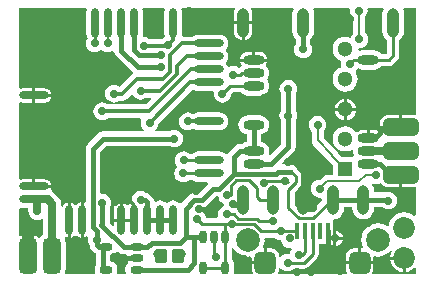
<source format=gtl>
%FSLAX44Y44*%
%MOMM*%
G71*
G01*
G75*
G04 Layer_Physical_Order=1*
G04 Layer_Color=191*
G04:AMPARAMS|DCode=10|XSize=1mm|YSize=1.2mm|CornerRadius=0.165mm|HoleSize=0mm|Usage=FLASHONLY|Rotation=180.000|XOffset=0mm|YOffset=0mm|HoleType=Round|Shape=RoundedRectangle|*
%AMROUNDEDRECTD10*
21,1,1.0000,0.8700,0,0,180.0*
21,1,0.6700,1.2000,0,0,180.0*
1,1,0.3300,-0.3350,0.4350*
1,1,0.3300,0.3350,0.4350*
1,1,0.3300,0.3350,-0.4350*
1,1,0.3300,-0.3350,-0.4350*
%
%ADD10ROUNDEDRECTD10*%
G04:AMPARAMS|DCode=11|XSize=1.5mm|YSize=3mm|CornerRadius=0.375mm|HoleSize=0mm|Usage=FLASHONLY|Rotation=180.000|XOffset=0mm|YOffset=0mm|HoleType=Round|Shape=RoundedRectangle|*
%AMROUNDEDRECTD11*
21,1,1.5000,2.2500,0,0,180.0*
21,1,0.7500,3.0000,0,0,180.0*
1,1,0.7500,-0.3750,1.1250*
1,1,0.7500,0.3750,1.1250*
1,1,0.7500,0.3750,-1.1250*
1,1,0.7500,-0.3750,-1.1250*
%
%ADD11ROUNDEDRECTD11*%
%ADD12R,0.4000X1.4000*%
G04:AMPARAMS|DCode=13|XSize=1.8mm|YSize=1.9mm|CornerRadius=0.45mm|HoleSize=0mm|Usage=FLASHONLY|Rotation=0.000|XOffset=0mm|YOffset=0mm|HoleType=Round|Shape=RoundedRectangle|*
%AMROUNDEDRECTD13*
21,1,1.8000,1.0000,0,0,0.0*
21,1,0.9000,1.9000,0,0,0.0*
1,1,0.9000,0.4500,-0.5000*
1,1,0.9000,-0.4500,-0.5000*
1,1,0.9000,-0.4500,0.5000*
1,1,0.9000,0.4500,0.5000*
%
%ADD13ROUNDEDRECTD13*%
G04:AMPARAMS|DCode=14|XSize=1.1mm|YSize=0.6mm|CornerRadius=0.201mm|HoleSize=0mm|Usage=FLASHONLY|Rotation=270.000|XOffset=0mm|YOffset=0mm|HoleType=Round|Shape=RoundedRectangle|*
%AMROUNDEDRECTD14*
21,1,1.1000,0.1980,0,0,270.0*
21,1,0.6980,0.6000,0,0,270.0*
1,1,0.4020,-0.0990,-0.3490*
1,1,0.4020,-0.0990,0.3490*
1,1,0.4020,0.0990,0.3490*
1,1,0.4020,0.0990,-0.3490*
%
%ADD14ROUNDEDRECTD14*%
G04:AMPARAMS|DCode=15|XSize=1.1mm|YSize=0.6mm|CornerRadius=0.201mm|HoleSize=0mm|Usage=FLASHONLY|Rotation=180.000|XOffset=0mm|YOffset=0mm|HoleType=Round|Shape=RoundedRectangle|*
%AMROUNDEDRECTD15*
21,1,1.1000,0.1980,0,0,180.0*
21,1,0.6980,0.6000,0,0,180.0*
1,1,0.4020,-0.3490,0.0990*
1,1,0.4020,0.3490,0.0990*
1,1,0.4020,0.3490,-0.0990*
1,1,0.4020,-0.3490,-0.0990*
%
%ADD15ROUNDEDRECTD15*%
%ADD16O,1.8000X0.8000*%
%ADD17O,1.0000X2.5000*%
G04:AMPARAMS|DCode=18|XSize=1.5mm|YSize=3mm|CornerRadius=0.375mm|HoleSize=0mm|Usage=FLASHONLY|Rotation=270.000|XOffset=0mm|YOffset=0mm|HoleType=Round|Shape=RoundedRectangle|*
%AMROUNDEDRECTD18*
21,1,1.5000,2.2500,0,0,270.0*
21,1,0.7500,3.0000,0,0,270.0*
1,1,0.7500,-1.1250,-0.3750*
1,1,0.7500,-1.1250,0.3750*
1,1,0.7500,1.1250,0.3750*
1,1,0.7500,1.1250,-0.3750*
%
%ADD18ROUNDEDRECTD18*%
%ADD19O,2.5000X0.7000*%
%ADD20O,0.7000X2.5000*%
%ADD21C,0.4000*%
%ADD22C,0.2500*%
%ADD23C,0.2000*%
%ADD24C,0.3500*%
%ADD25C,0.7000*%
%ADD26C,1.0000*%
%ADD27C,0.8000*%
%ADD28C,0.7000*%
%ADD29C,2.0000*%
%ADD30R,1.3000X1.3000*%
%ADD31C,1.3000*%
%ADD32C,1.8500*%
G36*
X61976Y229142D02*
X61693Y228458D01*
X61435Y226500D01*
Y208500D01*
X61693Y206542D01*
X62449Y204718D01*
X62683Y204413D01*
X62199Y203782D01*
X61443Y201958D01*
X61185Y200000D01*
X61443Y198042D01*
X62199Y196218D01*
X63401Y194651D01*
X64968Y193449D01*
X66792Y192693D01*
X68750Y192435D01*
X70708Y192693D01*
X72532Y193449D01*
X74099Y194651D01*
X74401D01*
X75968Y193449D01*
X77792Y192693D01*
X79750Y192435D01*
X81708Y192693D01*
X83532Y193449D01*
X83675Y193559D01*
X85075Y193032D01*
X85348Y191659D01*
X86674Y189674D01*
X100597Y175752D01*
X100770Y175412D01*
X100770Y174340D01*
X100104Y173895D01*
X100104Y173895D01*
X89618Y163410D01*
X88782Y164051D01*
X86958Y164807D01*
X85000Y165065D01*
X83042Y164807D01*
X81218Y164051D01*
X79651Y162849D01*
X78449Y161282D01*
X77693Y159458D01*
X77435Y157500D01*
X77693Y155542D01*
X78449Y153718D01*
X79651Y152151D01*
X81218Y150949D01*
X83042Y150193D01*
X85000Y149935D01*
X86958Y150193D01*
X88782Y150949D01*
X89680Y151637D01*
X92000D01*
X94243Y152084D01*
X96145Y153355D01*
X99572Y156782D01*
X100818Y156534D01*
X100949Y156218D01*
X102151Y154651D01*
X103718Y153449D01*
X105542Y152693D01*
X107500Y152435D01*
X109458Y152693D01*
X111282Y153449D01*
X112180Y154137D01*
X116438D01*
X116924Y152964D01*
X112322Y148363D01*
X79680D01*
X78782Y149051D01*
X76958Y149807D01*
X75000Y150065D01*
X73042Y149807D01*
X71218Y149051D01*
X69651Y147849D01*
X68449Y146282D01*
X67693Y144458D01*
X67435Y142500D01*
X67693Y140542D01*
X68449Y138718D01*
X69651Y137151D01*
X71218Y135949D01*
X73042Y135193D01*
X75000Y134935D01*
X76958Y135193D01*
X78782Y135949D01*
X79680Y136637D01*
X107222D01*
X108070Y135367D01*
X107694Y134458D01*
X107436Y132500D01*
X107694Y130542D01*
X108449Y128718D01*
X109652Y127151D01*
X109995Y126888D01*
X109564Y125618D01*
X76000D01*
X73659Y125152D01*
X72864Y124621D01*
X71674Y123826D01*
X62924Y115076D01*
X61598Y113091D01*
X61132Y110750D01*
Y66082D01*
X59862Y65288D01*
X59270Y65406D01*
Y50500D01*
Y35594D01*
X60357Y35810D01*
X62293Y37104D01*
X62387Y37084D01*
X63292Y36196D01*
X63193Y35958D01*
X62935Y34000D01*
X63193Y32042D01*
X63949Y30218D01*
X64383Y29653D01*
Y29500D01*
X64848Y27159D01*
X66174Y25174D01*
X68174Y23174D01*
X68372Y23042D01*
X68519Y22855D01*
X69358Y22383D01*
X69632Y22200D01*
Y12634D01*
X69098Y11835D01*
X68632Y9490D01*
Y7510D01*
X68960Y5858D01*
X68073Y4588D01*
X44289D01*
X43441Y5858D01*
X43801Y6727D01*
X44067Y8750D01*
Y31250D01*
X43801Y33273D01*
X43020Y35158D01*
X42690Y35588D01*
X43570Y36528D01*
X44643Y35810D01*
X45730Y35594D01*
Y50500D01*
Y65406D01*
X44643Y65189D01*
X42645Y63855D01*
X41311Y61857D01*
X40065Y62104D01*
Y64500D01*
X40065Y64500D01*
X39807Y66458D01*
X39051Y68282D01*
X37849Y69849D01*
X37849Y69849D01*
X34349Y73349D01*
X32782Y74551D01*
X32248Y74773D01*
X32028Y74864D01*
X31551Y76436D01*
X31690Y76643D01*
X31906Y77730D01*
X17000D01*
Y79000D01*
X15730D01*
Y85158D01*
X8000D01*
X5858Y84732D01*
X4588Y85396D01*
Y149604D01*
X5858Y150268D01*
X8000Y149842D01*
X15730D01*
Y156000D01*
Y162158D01*
X8000D01*
X5858Y161732D01*
X4588Y162396D01*
Y230412D01*
X61128D01*
X61976Y229142D01*
D02*
G37*
G36*
X222218Y34449D02*
X224042Y33693D01*
X226000Y33435D01*
X226135Y33453D01*
X226206Y32912D01*
X227012Y30965D01*
X228294Y29294D01*
X229965Y28012D01*
X231912Y27206D01*
X234000Y26931D01*
X234617Y27012D01*
X235305Y25822D01*
X234699Y25032D01*
X233943Y23208D01*
X233879Y22723D01*
X232872Y21950D01*
X232000Y22065D01*
X230042Y21807D01*
X228218Y21051D01*
X226651Y19849D01*
X225871Y18832D01*
X224601Y19263D01*
Y19500D01*
X224359Y21338D01*
X223649Y23050D01*
X222521Y24521D01*
X221050Y25649D01*
X219338Y26359D01*
X217500Y26601D01*
X214270D01*
Y14500D01*
X213000D01*
Y13230D01*
X201399D01*
Y9500D01*
X201641Y7662D01*
X202351Y5950D01*
X202521Y5727D01*
X201960Y4588D01*
X186937D01*
X186131Y5570D01*
X186368Y6760D01*
Y13740D01*
X185901Y16085D01*
X184603Y18028D01*
Y26795D01*
X185873Y27047D01*
X186021Y26690D01*
X188265Y23765D01*
X191190Y21521D01*
X194595Y20110D01*
X198250Y19629D01*
X200294Y19898D01*
X201399Y18763D01*
Y15770D01*
X211730D01*
Y26731D01*
X210968Y27871D01*
X211890Y30095D01*
X212371Y33750D01*
X212247Y34692D01*
X213084Y35647D01*
X220656D01*
X222218Y34449D01*
D02*
G37*
G36*
X6042Y60693D02*
X8000Y60435D01*
X12435D01*
Y58000D01*
X12693Y56042D01*
X13449Y54218D01*
X14651Y52651D01*
X16218Y51449D01*
X18042Y50693D01*
X20000Y50435D01*
X21958Y50693D01*
X23665Y51400D01*
X24599Y51064D01*
X24935Y50898D01*
Y38058D01*
X24842Y38020D01*
X23223Y36777D01*
X22381Y35681D01*
X20891Y35626D01*
X20785Y35785D01*
X18704Y37175D01*
X16250Y37663D01*
X13770D01*
Y20000D01*
X11230D01*
Y37663D01*
X8750D01*
X6296Y37175D01*
X5708Y36783D01*
X4588Y37381D01*
Y60152D01*
X5644Y60858D01*
X6042Y60693D01*
D02*
G37*
G36*
X328770Y78837D02*
X338750D01*
X339430Y78972D01*
X340412Y78166D01*
Y54396D01*
X339142Y53770D01*
X337182Y55274D01*
X333959Y56609D01*
X330500Y57064D01*
X327041Y56609D01*
X323818Y55274D01*
X321050Y53150D01*
X318926Y50382D01*
X317591Y47159D01*
X317407Y45757D01*
X316233Y45271D01*
X315310Y45979D01*
X311905Y47390D01*
X308250Y47871D01*
X304595Y47390D01*
X301190Y45979D01*
X298265Y43735D01*
X296021Y40810D01*
X294610Y37405D01*
X294129Y33750D01*
X294610Y30095D01*
X295532Y27871D01*
X294683Y26601D01*
X294270D01*
Y15770D01*
X304601D01*
Y18829D01*
X305572Y19857D01*
X305823Y19949D01*
X308250Y19629D01*
X311905Y20110D01*
X315310Y21521D01*
X318235Y23765D01*
X319192Y25013D01*
X320201Y24246D01*
X319014Y21378D01*
X318776Y19570D01*
X330500D01*
Y18300D01*
X331770D01*
Y6575D01*
X333578Y6813D01*
X336446Y8001D01*
X338909Y9891D01*
X339209Y10283D01*
X340412Y9875D01*
Y4588D01*
X304040D01*
X303479Y5727D01*
X303649Y5950D01*
X304359Y7662D01*
X304601Y9500D01*
Y13230D01*
X281399D01*
Y9500D01*
X281641Y7662D01*
X282351Y5950D01*
X282521Y5727D01*
X281960Y4588D01*
X224040D01*
X223479Y5727D01*
X223649Y5950D01*
X224359Y7662D01*
X224601Y9500D01*
Y9737D01*
X225871Y10168D01*
X226651Y9151D01*
X228218Y7949D01*
X230042Y7193D01*
X232000Y6935D01*
X233958Y7193D01*
X235782Y7949D01*
X237344Y9147D01*
X245750D01*
X247798Y9555D01*
X249535Y10715D01*
X256785Y17965D01*
X257945Y19702D01*
X258353Y21750D01*
Y30000D01*
X265500D01*
Y30642D01*
X266770Y31073D01*
X267336Y30336D01*
X268702Y29287D01*
X270293Y28628D01*
X270730Y28571D01*
Y35000D01*
Y42201D01*
X270540Y42367D01*
Y50540D01*
X270540D01*
X271491Y51309D01*
X272799Y51482D01*
X274989Y52389D01*
X276869Y53831D01*
X278311Y55711D01*
X279218Y57901D01*
X279528Y60250D01*
Y61632D01*
X286772D01*
Y60250D01*
X287082Y57901D01*
X287988Y55711D01*
X289431Y53831D01*
X291311Y52389D01*
X293500Y51482D01*
X295850Y51172D01*
X298199Y51482D01*
X300389Y52389D01*
X302269Y53831D01*
X303711Y55711D01*
X304618Y57901D01*
X304928Y60250D01*
Y61632D01*
X311675D01*
X313218Y60449D01*
X315042Y59693D01*
X317000Y59435D01*
X318958Y59693D01*
X320782Y60449D01*
X322349Y61651D01*
X323551Y63218D01*
X324307Y65042D01*
X324565Y67000D01*
X324307Y68958D01*
X323551Y70782D01*
X322349Y72349D01*
X320782Y73551D01*
X318958Y74307D01*
X317000Y74565D01*
X315042Y74307D01*
X313981Y73868D01*
X304928D01*
Y75250D01*
X304618Y77600D01*
X303711Y79789D01*
X303058Y80640D01*
X303859Y81683D01*
X305042Y81193D01*
X307000Y80935D01*
X308958Y81193D01*
X310782Y81949D01*
X310904Y81929D01*
X311715Y80715D01*
X313796Y79325D01*
X316250Y78837D01*
X326230D01*
Y89000D01*
X328770D01*
Y78837D01*
D02*
G37*
G36*
X173443Y69542D02*
X174199Y67718D01*
X175401Y66151D01*
X176968Y64949D01*
X178177Y64448D01*
X178085Y63750D01*
X178257Y62439D01*
X176718Y61801D01*
X175151Y60599D01*
X173949Y59032D01*
X173193Y57208D01*
X172935Y55250D01*
X173150Y53623D01*
X172381Y52353D01*
X162887D01*
X162807Y52958D01*
X162051Y54782D01*
X160849Y56349D01*
X159282Y57551D01*
X157458Y58307D01*
X155500Y58565D01*
X154362Y58415D01*
X153769Y59618D01*
X155534Y61382D01*
X159250D01*
X161591Y61848D01*
X163576Y63174D01*
X171284Y70883D01*
X173267D01*
X173443Y69542D01*
D02*
G37*
G36*
X88674Y23174D02*
X90659Y21848D01*
X93000Y21383D01*
X95475D01*
X96344Y20112D01*
X96176Y19270D01*
X104250D01*
Y16730D01*
X96176D01*
X96474Y15235D01*
X96654Y14965D01*
X96427Y13823D01*
X95098Y11835D01*
X94632Y9490D01*
Y7510D01*
X94960Y5858D01*
X94073Y4588D01*
X88427D01*
X87539Y5858D01*
X87867Y7510D01*
Y9490D01*
X87401Y11835D01*
X86073Y13823D01*
X84085Y15151D01*
X81867Y15592D01*
Y20408D01*
X84085Y20849D01*
X86073Y22177D01*
X86795Y23258D01*
X88430Y23419D01*
X88674Y23174D01*
D02*
G37*
G36*
X127976Y229142D02*
X127693Y228458D01*
X127435Y226500D01*
Y208500D01*
X127693Y206542D01*
X128026Y205739D01*
X126968Y205301D01*
X125401Y204099D01*
X125028Y203613D01*
X114680D01*
X113782Y204301D01*
X111958Y205057D01*
X110164Y205293D01*
X109507Y205941D01*
X109215Y206321D01*
X109307Y206542D01*
X109565Y208500D01*
Y226500D01*
X109307Y228458D01*
X109024Y229142D01*
X109872Y230412D01*
X127128D01*
X127976Y229142D01*
D02*
G37*
G36*
X340412Y139834D02*
X339430Y139028D01*
X338750Y139163D01*
X328770D01*
Y129000D01*
X327500D01*
Y127730D01*
X309837D01*
Y126324D01*
X308567Y125698D01*
X308548Y125712D01*
X306957Y126371D01*
X305250Y126596D01*
X301520D01*
Y119999D01*
X298980D01*
Y126596D01*
X295250D01*
X293543Y126371D01*
X291952Y125712D01*
X291082Y125044D01*
X290972Y124997D01*
X289660Y125097D01*
X289408Y125215D01*
X288239Y126739D01*
X286045Y128422D01*
X283491Y129480D01*
X280750Y129841D01*
X278009Y129480D01*
X275455Y128422D01*
X273261Y126739D01*
X271578Y124545D01*
X270520Y121991D01*
X270159Y119250D01*
X270520Y116509D01*
X271578Y113955D01*
X273261Y111761D01*
X275455Y110078D01*
X278009Y109020D01*
X280750Y108659D01*
X283491Y109020D01*
X286045Y110078D01*
X287232Y109388D01*
X287181Y108999D01*
X287456Y106911D01*
X288032Y105520D01*
X287318Y104250D01*
X277460D01*
X274260Y107450D01*
X274210Y107701D01*
X273105Y109355D01*
X262348Y120112D01*
Y125458D01*
X262599Y125651D01*
X263801Y127218D01*
X264557Y129042D01*
X264815Y131000D01*
X264557Y132958D01*
X263801Y134782D01*
X262599Y136349D01*
X261032Y137551D01*
X259208Y138307D01*
X257250Y138565D01*
X255292Y138307D01*
X253468Y137551D01*
X251901Y136349D01*
X250699Y134782D01*
X249943Y132958D01*
X249685Y131000D01*
X249943Y129042D01*
X250699Y127218D01*
X251901Y125651D01*
X252152Y125458D01*
Y118000D01*
X252540Y116049D01*
X253645Y114395D01*
X264740Y103300D01*
X264790Y103049D01*
X265895Y101395D01*
X270250Y97040D01*
Y88848D01*
X265500D01*
X263549Y88460D01*
X261895Y87355D01*
X259093Y84552D01*
X259000Y84565D01*
X257042Y84307D01*
X255218Y83551D01*
X253651Y82349D01*
X252449Y80782D01*
X251693Y78958D01*
X251435Y77000D01*
X251693Y75042D01*
X252449Y73218D01*
X253651Y71651D01*
X255218Y70449D01*
X257042Y69693D01*
X259000Y69435D01*
X260102Y69580D01*
X261298Y68636D01*
X261353Y67378D01*
X251329Y57353D01*
X243850D01*
X237986Y63217D01*
Y73897D01*
X243035Y78946D01*
X244195Y80683D01*
X244603Y82731D01*
Y86750D01*
X244195Y88799D01*
X243035Y90535D01*
X239945Y93625D01*
X239902Y93841D01*
X238576Y95826D01*
X236591Y97152D01*
X234250Y97618D01*
X227929D01*
X227442Y98791D01*
X236826Y108174D01*
X238152Y110159D01*
X238617Y112500D01*
Y134402D01*
X239051Y134968D01*
X239807Y136792D01*
X240065Y138750D01*
X239807Y140708D01*
X239051Y142532D01*
X238617Y143098D01*
Y157152D01*
X239051Y157718D01*
X239807Y159542D01*
X240065Y161500D01*
X239807Y163458D01*
X239051Y165282D01*
X237849Y166849D01*
X236282Y168051D01*
X234458Y168807D01*
X232500Y169065D01*
X230542Y168807D01*
X228718Y168051D01*
X227151Y166849D01*
X225949Y165282D01*
X225193Y163458D01*
X224935Y161500D01*
X225193Y159542D01*
X225949Y157718D01*
X226383Y157152D01*
Y143098D01*
X225949Y142532D01*
X225193Y140708D01*
X224935Y138750D01*
X225193Y136792D01*
X225949Y134968D01*
X226383Y134402D01*
Y115034D01*
X216824Y105476D01*
X215748Y106195D01*
X216044Y106911D01*
X216319Y108999D01*
X216044Y111088D01*
X215238Y113034D01*
X213956Y114705D01*
X212285Y115987D01*
X210338Y116793D01*
X209368Y116921D01*
Y123077D01*
X210338Y123205D01*
X212285Y124011D01*
X213956Y125294D01*
X215238Y126965D01*
X216044Y128911D01*
X216319Y130999D01*
X216044Y133088D01*
X215238Y135034D01*
X213956Y136705D01*
X212285Y137987D01*
X210338Y138793D01*
X208250Y139068D01*
X198250D01*
X196162Y138793D01*
X194216Y137987D01*
X192544Y136705D01*
X191262Y135034D01*
X190456Y133088D01*
X190181Y130999D01*
X190456Y128911D01*
X191262Y126965D01*
X192544Y125294D01*
X194216Y124011D01*
X196162Y123205D01*
X197132Y123077D01*
Y116921D01*
X196162Y116793D01*
X194216Y115987D01*
X193081Y115117D01*
X191499D01*
X189158Y114651D01*
X187174Y113325D01*
X182174Y108326D01*
X180898Y106416D01*
X180769Y106288D01*
X179604Y106017D01*
X179349Y106349D01*
X177782Y107551D01*
X175958Y108307D01*
X174000Y108565D01*
X156000D01*
X154042Y108307D01*
X152218Y107551D01*
X150656Y106353D01*
X149344D01*
X147782Y107551D01*
X145958Y108307D01*
X144000Y108565D01*
X142042Y108307D01*
X140218Y107551D01*
X138651Y106349D01*
X137449Y104782D01*
X136693Y102958D01*
X136435Y101000D01*
X136693Y99042D01*
X137449Y97218D01*
X138611Y95702D01*
X138151Y95349D01*
X136949Y93782D01*
X136193Y91958D01*
X135935Y90000D01*
X136193Y88042D01*
X136949Y86218D01*
X138151Y84651D01*
X139718Y83449D01*
X141542Y82693D01*
X143500Y82435D01*
X145458Y82693D01*
X147282Y83449D01*
X148844Y84647D01*
X150656D01*
X152218Y83449D01*
X154042Y82693D01*
X156000Y82435D01*
X164037D01*
X164264Y81165D01*
X156716Y73618D01*
X153000D01*
X150659Y73152D01*
X149864Y72621D01*
X148674Y71826D01*
X141840Y64992D01*
X140534Y64867D01*
X140171Y64986D01*
X138782Y66051D01*
X136958Y66807D01*
X135000Y67065D01*
X133042Y66807D01*
X131218Y66051D01*
X129651Y64849D01*
X128532Y65476D01*
X127782Y66051D01*
X125958Y66807D01*
X124000Y67065D01*
X122042Y66807D01*
X120342Y66103D01*
X120104Y66106D01*
X118935Y66668D01*
X118652Y68091D01*
X117326Y70076D01*
X115576Y71826D01*
X113591Y73152D01*
X112057Y73457D01*
X111282Y74051D01*
X109458Y74807D01*
X107500Y75065D01*
X105542Y74807D01*
X103718Y74051D01*
X102151Y72849D01*
X100949Y71282D01*
X100193Y69458D01*
X99935Y67500D01*
X100193Y65542D01*
X100048Y65270D01*
X99643Y65189D01*
X97645Y63855D01*
X97135Y63091D01*
X95865D01*
X95355Y63855D01*
X93357Y65189D01*
X92270Y65406D01*
Y50500D01*
X91000D01*
Y49230D01*
X84842D01*
Y45969D01*
X83668Y45483D01*
X81117Y48034D01*
Y60652D01*
X81551Y61218D01*
X82307Y63042D01*
X82565Y65000D01*
X82307Y66958D01*
X81551Y68782D01*
X80349Y70349D01*
X78782Y71551D01*
X76958Y72307D01*
X75000Y72565D01*
X74322Y72476D01*
X73368Y73313D01*
Y108216D01*
X78534Y113383D01*
X131403D01*
X131968Y112949D01*
X133792Y112193D01*
X135750Y111935D01*
X137708Y112193D01*
X139532Y112949D01*
X141099Y114151D01*
X142301Y115718D01*
X143057Y117542D01*
X143315Y119500D01*
X143057Y121458D01*
X142301Y123282D01*
X141099Y124849D01*
X139532Y126051D01*
X137708Y126807D01*
X135750Y127065D01*
X133792Y126807D01*
X131968Y126051D01*
X131403Y125618D01*
X120438D01*
X120007Y126888D01*
X120350Y127151D01*
X121552Y128718D01*
X122308Y130542D01*
X122455Y131664D01*
X151665Y160873D01*
X152218Y160449D01*
X154042Y159693D01*
X156000Y159435D01*
X168477D01*
X169314Y158480D01*
X169185Y157500D01*
X169443Y155542D01*
X170199Y153718D01*
X171401Y152151D01*
X172968Y150949D01*
X174792Y150193D01*
X176750Y149935D01*
X178708Y150193D01*
X180532Y150949D01*
X182099Y152151D01*
X183301Y153718D01*
X184057Y155542D01*
X184314Y157494D01*
X185466Y158646D01*
X192274D01*
X192544Y158294D01*
X194216Y157011D01*
X196162Y156205D01*
X198250Y155930D01*
X208250D01*
X210338Y156205D01*
X212285Y157011D01*
X213956Y158294D01*
X215238Y159965D01*
X216044Y161911D01*
X216319Y163999D01*
X216044Y166088D01*
X215238Y168034D01*
X214114Y169499D01*
X215238Y170965D01*
X216044Y172911D01*
X216319Y174999D01*
X216044Y177088D01*
X215238Y179034D01*
X213956Y180705D01*
X213708Y180895D01*
X213543Y182154D01*
X213963Y182701D01*
X214622Y184292D01*
X214679Y184729D01*
X191821D01*
X191878Y184292D01*
X192537Y182701D01*
X192957Y182154D01*
X192792Y180895D01*
X192544Y180705D01*
X192098Y180123D01*
X191201Y179945D01*
X190343Y179371D01*
X189782Y179801D01*
X187958Y180557D01*
X186000Y180815D01*
X184042Y180557D01*
X182588Y179955D01*
X181972Y179956D01*
X181073Y180523D01*
X180551Y181782D01*
X179976Y182532D01*
X179349Y183651D01*
X180551Y185218D01*
X181307Y187042D01*
X181565Y189000D01*
X181307Y190958D01*
X180551Y192782D01*
X179976Y193531D01*
X179434Y194500D01*
X179976Y195469D01*
X180551Y196218D01*
X181307Y198042D01*
X181565Y200000D01*
X181307Y201958D01*
X180551Y203782D01*
X179349Y205349D01*
X177782Y206551D01*
X175958Y207307D01*
X174000Y207565D01*
X156000D01*
X154042Y207307D01*
X152218Y206551D01*
X151320Y205863D01*
X143400D01*
X143161Y206011D01*
X142378Y207082D01*
X142378Y207083D01*
X142565Y208500D01*
Y226500D01*
X142307Y228458D01*
X142024Y229142D01*
X142872Y230412D01*
X187271D01*
X187833Y229273D01*
X187664Y229053D01*
X186904Y227218D01*
X186645Y225250D01*
Y219020D01*
X201855D01*
Y225250D01*
X201596Y227218D01*
X200836Y229053D01*
X200667Y229273D01*
X201229Y230412D01*
X236152D01*
X236921Y229142D01*
X236282Y227600D01*
X235972Y225250D01*
Y210250D01*
X236282Y207901D01*
X237188Y205711D01*
X238631Y203831D01*
X238883Y203638D01*
Y199347D01*
X238449Y198782D01*
X237693Y196957D01*
X237435Y194999D01*
X237693Y193041D01*
X238449Y191217D01*
X239651Y189650D01*
X241218Y188448D01*
X243042Y187692D01*
X245000Y187435D01*
X246958Y187692D01*
X248782Y188448D01*
X250349Y189650D01*
X251551Y191217D01*
X252307Y193041D01*
X252565Y194999D01*
X252307Y196957D01*
X251551Y198782D01*
X251117Y199347D01*
Y203562D01*
X251469Y203831D01*
X252911Y205711D01*
X253818Y207901D01*
X254128Y210250D01*
Y225250D01*
X253818Y227600D01*
X253179Y229142D01*
X253948Y230412D01*
X283889D01*
X284651Y229142D01*
X284435Y227500D01*
X284693Y225542D01*
X285449Y223718D01*
X286651Y222151D01*
X286902Y221958D01*
Y208199D01*
X286199Y207282D01*
X285443Y205458D01*
X284650Y205000D01*
X283491Y205480D01*
X280750Y205841D01*
X278009Y205480D01*
X275455Y204422D01*
X273261Y202739D01*
X271578Y200545D01*
X270520Y197991D01*
X270159Y195250D01*
X270520Y192509D01*
X271578Y189955D01*
X273261Y187761D01*
X275455Y186078D01*
X277045Y185420D01*
X277443Y184458D01*
X277185Y182500D01*
X277443Y180542D01*
X277045Y179580D01*
X275455Y178922D01*
X273261Y177239D01*
X271578Y175045D01*
X270520Y172491D01*
X270159Y169750D01*
X270520Y167009D01*
X271578Y164455D01*
X273261Y162261D01*
X275455Y160578D01*
X278009Y159520D01*
X280750Y159159D01*
X283491Y159520D01*
X286045Y160578D01*
X288239Y162261D01*
X289922Y164455D01*
X290980Y167009D01*
X291341Y169750D01*
X290980Y172491D01*
X289922Y175045D01*
X289517Y175572D01*
X289683Y176832D01*
X290099Y177151D01*
X291301Y178718D01*
X291392Y178938D01*
X293162Y178205D01*
X295250Y177930D01*
X305250D01*
X307338Y178205D01*
X309284Y179011D01*
X310956Y180294D01*
X311226Y180646D01*
X317407D01*
X319456Y181054D01*
X321192Y182214D01*
X325035Y186057D01*
X326195Y187794D01*
X326603Y189842D01*
Y203013D01*
X327669Y203831D01*
X329111Y205711D01*
X330018Y207901D01*
X330328Y210250D01*
Y225250D01*
X330018Y227600D01*
X329379Y229142D01*
X330148Y230412D01*
X340412D01*
Y139834D01*
D02*
G37*
G36*
X313120Y229142D02*
X312482Y227600D01*
X312172Y225250D01*
Y210250D01*
X312482Y207901D01*
X313389Y205711D01*
X314831Y203831D01*
X315897Y203013D01*
Y192059D01*
X315190Y191352D01*
X311226D01*
X310956Y191705D01*
X309284Y192987D01*
X307338Y193793D01*
X305250Y194068D01*
X295250D01*
X293162Y193793D01*
X293133Y193781D01*
X291868Y194612D01*
X291851Y194925D01*
X292750Y195935D01*
X294708Y196193D01*
X296532Y196949D01*
X298099Y198151D01*
X299301Y199718D01*
X300057Y201542D01*
X300315Y203500D01*
X300057Y205458D01*
X299301Y207282D01*
X298099Y208849D01*
X297098Y209617D01*
Y221958D01*
X297349Y222151D01*
X298551Y223718D01*
X299307Y225542D01*
X299565Y227500D01*
X299349Y229142D01*
X300111Y230412D01*
X312352D01*
X313120Y229142D01*
D02*
G37*
%LPC*%
G36*
X26000Y85158D02*
X18270D01*
Y80270D01*
X31906D01*
X31690Y81357D01*
X30355Y83355D01*
X28357Y84690D01*
X26000Y85158D01*
D02*
G37*
G36*
X56730Y65406D02*
X55643Y65189D01*
X53645Y63855D01*
X53135Y63091D01*
X51865D01*
X51355Y63855D01*
X49357Y65189D01*
X48270Y65406D01*
Y50500D01*
Y35594D01*
X49357Y35810D01*
X51355Y37145D01*
X51865Y37909D01*
X53135D01*
X53645Y37145D01*
X55643Y35810D01*
X56730Y35594D01*
Y50500D01*
Y65406D01*
D02*
G37*
G36*
X89730D02*
X88643Y65189D01*
X86645Y63855D01*
X85310Y61857D01*
X84842Y59500D01*
Y51770D01*
X89730D01*
Y65406D01*
D02*
G37*
G36*
X329230Y17030D02*
X318776D01*
X319014Y15222D01*
X320201Y12354D01*
X322091Y9891D01*
X324554Y8001D01*
X327422Y6813D01*
X329230Y6575D01*
Y17030D01*
D02*
G37*
G36*
X291730Y26601D02*
X288500D01*
X286662Y26359D01*
X284950Y25649D01*
X283479Y24521D01*
X282351Y23050D01*
X281641Y21338D01*
X281399Y19500D01*
Y15770D01*
X291730D01*
Y26601D01*
D02*
G37*
G36*
X273270Y41429D02*
Y36270D01*
X278429D01*
X278372Y36707D01*
X277713Y38298D01*
X276664Y39664D01*
X275298Y40713D01*
X273707Y41372D01*
X273270Y41429D01*
D02*
G37*
G36*
X278429Y33730D02*
X273270D01*
Y28571D01*
X273707Y28628D01*
X275298Y29287D01*
X276664Y30336D01*
X277713Y31702D01*
X278372Y33293D01*
X278429Y33730D01*
D02*
G37*
G36*
X201980Y192596D02*
X198250D01*
X196543Y192371D01*
X194952Y191712D01*
X193586Y190664D01*
X192537Y189298D01*
X191878Y187707D01*
X191821Y187269D01*
X201980D01*
Y192596D01*
D02*
G37*
G36*
X26000Y162158D02*
X18270D01*
Y157270D01*
X31906D01*
X31690Y158357D01*
X30355Y160355D01*
X28357Y161689D01*
X26000Y162158D01*
D02*
G37*
G36*
X31906Y154730D02*
X18270D01*
Y149842D01*
X26000D01*
X28357Y150310D01*
X30355Y151645D01*
X31690Y153643D01*
X31906Y154730D01*
D02*
G37*
G36*
X201855Y216480D02*
X195520D01*
Y202812D01*
X196218Y202904D01*
X198053Y203664D01*
X199627Y204872D01*
X200836Y206448D01*
X201596Y208282D01*
X201855Y210250D01*
Y216480D01*
D02*
G37*
G36*
X192980D02*
X186645D01*
Y210250D01*
X186904Y208282D01*
X187664Y206448D01*
X188872Y204872D01*
X190447Y203664D01*
X192282Y202904D01*
X192980Y202812D01*
Y216480D01*
D02*
G37*
G36*
X208250Y192596D02*
X204520D01*
Y187269D01*
X214679D01*
X214622Y187707D01*
X213963Y189298D01*
X212914Y190664D01*
X211548Y191712D01*
X209957Y192371D01*
X208250Y192596D01*
D02*
G37*
G36*
X279480Y142980D02*
X271799D01*
X271943Y141890D01*
X272854Y139691D01*
X274303Y137803D01*
X276191Y136354D01*
X278390Y135443D01*
X279480Y135299D01*
Y142980D01*
D02*
G37*
G36*
X326230Y139163D02*
X316250D01*
X313796Y138675D01*
X311715Y137285D01*
X310325Y135204D01*
X309837Y132750D01*
Y130270D01*
X326230D01*
Y139163D01*
D02*
G37*
G36*
X147500Y141565D02*
X145542Y141307D01*
X143718Y140551D01*
X142151Y139349D01*
X140949Y137782D01*
X140193Y135958D01*
X139935Y134000D01*
X140193Y132042D01*
X140949Y130218D01*
X142151Y128651D01*
X143718Y127449D01*
X145542Y126693D01*
X147500Y126435D01*
X149458Y126693D01*
X151282Y127449D01*
X151750Y127808D01*
X152218Y127449D01*
X154042Y126693D01*
X156000Y126435D01*
X174000D01*
X175958Y126693D01*
X177782Y127449D01*
X179349Y128651D01*
X180551Y130218D01*
X181307Y132042D01*
X181565Y134000D01*
X181307Y135958D01*
X180551Y137782D01*
X179349Y139349D01*
X177782Y140551D01*
X175958Y141307D01*
X174000Y141565D01*
X156000D01*
X154042Y141307D01*
X152218Y140551D01*
X151750Y140192D01*
X151282Y140551D01*
X149458Y141307D01*
X147500Y141565D01*
D02*
G37*
G36*
X282020Y153201D02*
Y145520D01*
X289701D01*
X289557Y146610D01*
X288646Y148809D01*
X287197Y150697D01*
X285309Y152146D01*
X283110Y153057D01*
X282020Y153201D01*
D02*
G37*
G36*
X279480D02*
X278390Y153057D01*
X276191Y152146D01*
X274303Y150697D01*
X272854Y148809D01*
X271943Y146610D01*
X271799Y145520D01*
X279480D01*
Y153201D01*
D02*
G37*
G36*
X289701Y142980D02*
X282020D01*
Y135299D01*
X283110Y135443D01*
X285309Y136354D01*
X287197Y137803D01*
X288646Y139691D01*
X289557Y141890D01*
X289701Y142980D01*
D02*
G37*
%LPD*%
D10*
X139500Y20000D02*
D03*
X124500D02*
D03*
D11*
X32500D02*
D03*
X12500D02*
D03*
D12*
X253000Y41000D02*
D03*
X246500D02*
D03*
X259500D02*
D03*
X240000D02*
D03*
X266000D02*
D03*
D13*
X213000Y14500D02*
D03*
X293000D02*
D03*
D14*
X179250Y36250D02*
D03*
X169750D02*
D03*
X160250D02*
D03*
Y10250D02*
D03*
X179250D02*
D03*
D15*
X104250Y8500D02*
D03*
Y18000D02*
D03*
Y27500D02*
D03*
X78250D02*
D03*
Y8500D02*
D03*
D16*
X300250Y185999D02*
D03*
Y119999D02*
D03*
Y108999D02*
D03*
Y97999D02*
D03*
X203250D02*
D03*
Y108999D02*
D03*
Y130999D02*
D03*
Y163999D02*
D03*
Y174999D02*
D03*
Y185999D02*
D03*
D17*
X194250Y67750D02*
D03*
X219650D02*
D03*
X245050D02*
D03*
X270450D02*
D03*
X295850D02*
D03*
X321250Y217750D02*
D03*
X245050D02*
D03*
X194250D02*
D03*
D18*
X327500Y109000D02*
D03*
Y129000D02*
D03*
Y89000D02*
D03*
D19*
X165000Y200000D02*
D03*
Y189000D02*
D03*
Y178000D02*
D03*
Y167000D02*
D03*
Y134000D02*
D03*
Y101000D02*
D03*
Y90000D02*
D03*
X17000Y68000D02*
D03*
Y79000D02*
D03*
Y156000D02*
D03*
D20*
X135000Y217500D02*
D03*
X102000D02*
D03*
X91000Y217500D02*
D03*
X69000Y217500D02*
D03*
X47000Y50500D02*
D03*
X58000D02*
D03*
X91000D02*
D03*
X102000D02*
D03*
X113000D02*
D03*
X124000D02*
D03*
X135000D02*
D03*
X80000Y217500D02*
D03*
D21*
X245050Y90050D02*
X250250Y95250D01*
X245050Y67750D02*
Y90050D01*
X75000Y47000D02*
Y65000D01*
X74250Y46250D02*
X75000Y47000D01*
X67250Y44765D02*
Y110750D01*
Y44765D02*
X70500Y41515D01*
X67250Y110750D02*
X76000Y119500D01*
X145750Y36250D02*
Y60250D01*
X153000Y67500D01*
X159250D01*
X168750Y77000D01*
X173750D01*
X186500Y89750D01*
X224000Y91500D02*
X234250D01*
X222250Y89750D02*
X224000Y91500D01*
X267250Y71000D02*
X270500Y67750D01*
X186500Y89750D02*
X222250D01*
X203250Y97999D02*
X217999D01*
X232500Y112500D02*
Y138750D01*
X217999Y97999D02*
X232500Y112500D01*
X106460Y190000D02*
X125000D01*
X102000Y194460D02*
X106460Y190000D01*
X102000Y194460D02*
Y217500D01*
X266000Y26851D02*
Y41000D01*
X104250Y8500D02*
X147250D01*
X75750Y8750D02*
Y27750D01*
X104250Y27500D02*
X113250D01*
X191750Y61000D02*
X194250Y63500D01*
Y67750D01*
X189250Y63500D02*
X191750Y61000D01*
X185650Y63500D02*
X189250D01*
X270450Y67750D02*
X270500D01*
X203250Y108999D02*
Y130999D01*
X140750Y31250D02*
X145750Y36250D01*
X117000Y31250D02*
X140750D01*
X113250Y27500D02*
X117000Y31250D01*
X93000Y27500D02*
X104250D01*
X107500Y67500D02*
X111250D01*
X113000Y65750D01*
Y50500D02*
Y65750D01*
Y50500D02*
X124000D01*
X135000D01*
X72500Y27500D02*
X75750Y27750D01*
X70500Y29500D02*
X72500Y27500D01*
X70500Y29500D02*
Y34000D01*
X147250Y8500D02*
X152500Y13750D01*
Y36250D01*
X93000Y18000D02*
X104250D01*
X91750Y19250D02*
X93000Y18000D01*
X85000Y19250D02*
X91750D01*
X84750Y19000D02*
X85000Y19250D01*
X74250Y46250D02*
X93000Y27500D01*
X70500Y34000D02*
Y41515D01*
X186500Y104000D02*
X191499Y108999D01*
X203250D01*
X145750Y36250D02*
X152500D01*
X160250D01*
X76000Y119500D02*
X135750D01*
X91000Y194000D02*
Y217500D01*
Y194000D02*
X105000Y180000D01*
X125000D01*
X186500Y89750D02*
Y104000D01*
X295850Y67750D02*
X317000D01*
X270500D02*
X295850D01*
X232500Y138750D02*
Y161500D01*
X245000Y194999D02*
Y217700D01*
X245050Y217750D01*
X300250Y97999D02*
X309751D01*
X318750Y89000D01*
X327500D01*
X300250Y119999D02*
X305749D01*
X314750Y129000D01*
X327500D01*
D22*
X85500Y65500D02*
X99348D01*
X246500Y23691D02*
Y41000D01*
X244059Y21250D02*
X246500Y23691D01*
X240538Y21250D02*
X244059D01*
X232000Y14500D02*
X245750D01*
X253000Y21750D02*
Y41000D01*
X245750Y14500D02*
X253000Y21750D01*
X207836Y49500D02*
X219750D01*
X207719Y49383D02*
X207836Y49500D01*
X209738Y41000D02*
X240000D01*
X203738Y47000D02*
X209738Y41000D01*
X179250Y47000D02*
X203738D01*
X183750Y71500D02*
Y79250D01*
X234375Y91625D02*
X239250Y86750D01*
Y82731D02*
Y86750D01*
X232633Y76114D02*
X239250Y82731D01*
X232633Y61000D02*
Y76114D01*
Y61000D02*
X241633Y52000D01*
X253546D01*
X269296Y67750D01*
X270450D01*
X211558Y81669D02*
X213389Y83500D01*
X199468Y84000D02*
X206250Y77218D01*
X188500Y84000D02*
X199468D01*
X179250Y10250D02*
Y36250D01*
X160250Y10250D02*
X179250D01*
X144000Y101000D02*
X165000D01*
X143750Y100750D02*
X144000Y101000D01*
X143500Y90000D02*
X165000D01*
X179250Y36250D02*
Y47000D01*
X208500Y67750D02*
X219650D01*
X206250Y70000D02*
X208500Y67750D01*
X299999Y186250D02*
X300250Y185999D01*
X317407D01*
X321250Y189842D01*
Y217750D01*
X284750Y183249D02*
X287751Y186250D01*
X299999D01*
X68750Y200000D02*
Y217250D01*
X69000Y217500D01*
X183750Y79250D02*
X188500Y84000D01*
X193249Y174999D02*
X203250D01*
X191500Y173250D02*
X193249Y174999D01*
X186000Y173250D02*
X191500D01*
X183249Y163999D02*
X203250D01*
X176750Y157500D02*
X183249Y163999D01*
X284750Y182500D02*
Y183249D01*
X206250Y70000D02*
Y77218D01*
X102000Y50500D02*
Y62848D01*
X99348Y65500D02*
X102000Y62848D01*
X91000Y50500D02*
X102000D01*
X169750Y20500D02*
Y36250D01*
Y20500D02*
X171000Y19250D01*
X230912Y83500D02*
X231912Y82500D01*
X213389Y83500D02*
X230912D01*
X155500Y51000D02*
X159500Y47000D01*
X179250D01*
X182750Y55250D02*
X186250D01*
X190000Y51500D02*
X205602D01*
X179250Y47000D02*
X179250Y47000D01*
X186250Y55250D02*
X190000Y51500D01*
X205602D02*
X207719Y49383D01*
D23*
X258875Y77125D02*
X265500Y83750D01*
X298000Y89000D02*
X307250D01*
X269500Y105000D02*
Y105750D01*
X257250Y118000D02*
Y131000D01*
Y118000D02*
X269500Y105750D01*
Y105000D02*
X280750Y93750D01*
X265500Y83750D02*
X292750D01*
X298000Y89000D01*
X80000Y200250D02*
Y217500D01*
X79750Y200000D02*
X80000Y200250D01*
X292000Y204250D02*
Y227500D01*
Y204250D02*
X292750Y203500D01*
D24*
X110000Y197750D02*
X129750D01*
X130750Y198750D01*
X138250Y174222D02*
Y180750D01*
X107500Y160000D02*
X124028D01*
X138250Y174222D01*
X132500Y176250D02*
Y190000D01*
X126000Y169750D02*
X132500Y176250D01*
X104250Y169750D02*
X126000D01*
X114751Y142500D02*
X150251Y178000D01*
X75000Y142500D02*
X114751D01*
X135000Y203000D02*
Y217500D01*
X142500Y200000D02*
X165000D01*
X132500Y190000D02*
X142500Y200000D01*
X146500Y189000D02*
X165000D01*
X150251Y178000D02*
X165000D01*
X85000Y157500D02*
X92000D01*
X138250Y180750D02*
X146500Y189000D01*
X92000Y157500D02*
X104250Y169750D01*
X149501Y167000D02*
X165000D01*
X115001Y132500D02*
X149501Y167000D01*
X130750Y198750D02*
X135000Y203000D01*
X147500Y134000D02*
X165000D01*
X147500Y132750D02*
Y134000D01*
D25*
X17000Y68000D02*
X29000D01*
X32500Y64500D01*
Y20000D02*
Y64500D01*
X20000Y58000D02*
Y65000D01*
X300250Y108999D02*
X327499D01*
X327500Y109000D01*
D26*
X12500Y20000D02*
Y47250D01*
D27*
X141500Y22000D02*
D03*
X122500D02*
D03*
D28*
X234000Y35000D02*
D03*
X272000D02*
D03*
X75000Y65000D02*
D03*
X85500Y65500D02*
D03*
X241250Y21250D02*
D03*
X219750Y49500D02*
D03*
X180750Y71500D02*
D03*
X259000Y77000D02*
D03*
X211558Y82169D02*
D03*
X307000Y88500D02*
D03*
X110000Y197750D02*
D03*
X302000Y131750D02*
D03*
X305750Y165750D02*
D03*
X252614Y149000D02*
D03*
X242024Y169500D02*
D03*
X220500Y164320D02*
D03*
X212250Y153500D02*
D03*
X143500Y90000D02*
D03*
X144000Y101000D02*
D03*
X185650Y63750D02*
D03*
X107500Y67500D02*
D03*
X70500Y34000D02*
D03*
X84750Y19000D02*
D03*
X135750Y119500D02*
D03*
X125000Y190000D02*
D03*
Y180000D02*
D03*
X85000Y157500D02*
D03*
X107500Y160000D02*
D03*
X115001Y132500D02*
D03*
X75000Y142500D02*
D03*
X68750Y200000D02*
D03*
X317000Y67000D02*
D03*
X232500Y138750D02*
D03*
Y161500D02*
D03*
X245000Y194999D02*
D03*
X147500Y134000D02*
D03*
X8750Y8750D02*
D03*
X16250D02*
D03*
Y16000D02*
D03*
X8750D02*
D03*
X20000Y58000D02*
D03*
X130750Y198750D02*
D03*
X186000Y173250D02*
D03*
X176750Y157500D02*
D03*
X257250Y131000D02*
D03*
X284750Y182500D02*
D03*
X150900Y117750D02*
D03*
X131250Y109750D02*
D03*
Y100000D02*
D03*
X104584Y106265D02*
D03*
X104488Y94525D02*
D03*
X102500Y130000D02*
D03*
X104012Y85745D02*
D03*
X55750Y91118D02*
D03*
X43250Y91250D02*
D03*
Y102500D02*
D03*
X55750D02*
D03*
X219650Y112680D02*
D03*
X232500Y100000D02*
D03*
X229911Y83500D02*
D03*
X253000Y61000D02*
D03*
X195000Y17500D02*
D03*
X240000Y6568D02*
D03*
X252000Y6750D02*
D03*
X276289Y7000D02*
D03*
X275500Y21500D02*
D03*
X300250Y48250D02*
D03*
X310500Y51500D02*
D03*
X331250Y69500D02*
D03*
X195000Y8750D02*
D03*
X57750Y19500D02*
D03*
X48286Y24750D02*
D03*
X47750Y12000D02*
D03*
X33250Y114395D02*
D03*
X150588Y153500D02*
D03*
X163114Y146610D02*
D03*
X135000Y136637D02*
D03*
X208500Y221250D02*
D03*
X219750D02*
D03*
X229250Y220500D02*
D03*
X263750Y221000D02*
D03*
X273500D02*
D03*
X284379Y220500D02*
D03*
X326250Y174000D02*
D03*
X326603Y162500D02*
D03*
X326250Y153000D02*
D03*
X327422Y145520D02*
D03*
X35250Y205250D02*
D03*
X41750Y191000D02*
D03*
X49848Y178500D02*
D03*
X50254Y158750D02*
D03*
X49634Y145750D02*
D03*
X49848Y127250D02*
D03*
X50245Y117500D02*
D03*
X54500Y215500D02*
D03*
X117326Y216750D02*
D03*
X148000Y220250D02*
D03*
X178000Y220000D02*
D03*
X171000Y19250D02*
D03*
X157000Y60000D02*
D03*
X154751Y75072D02*
D03*
X256871Y90230D02*
D03*
X232000Y14500D02*
D03*
X226000Y41000D02*
D03*
X155500Y51000D02*
D03*
X180500Y55250D02*
D03*
X184750Y47000D02*
D03*
X79750Y200000D02*
D03*
X148500Y227750D02*
D03*
X178500Y211000D02*
D03*
X168250Y210750D02*
D03*
X301250Y218250D02*
D03*
X292000Y227500D02*
D03*
X292750Y203500D02*
D03*
D29*
X198250Y33750D02*
D03*
X308250D02*
D03*
D30*
X280750Y93750D02*
D03*
D31*
Y119250D02*
D03*
Y144250D02*
D03*
Y169750D02*
D03*
Y195250D02*
D03*
D32*
X330500Y43700D02*
D03*
Y18300D02*
D03*
M02*

</source>
